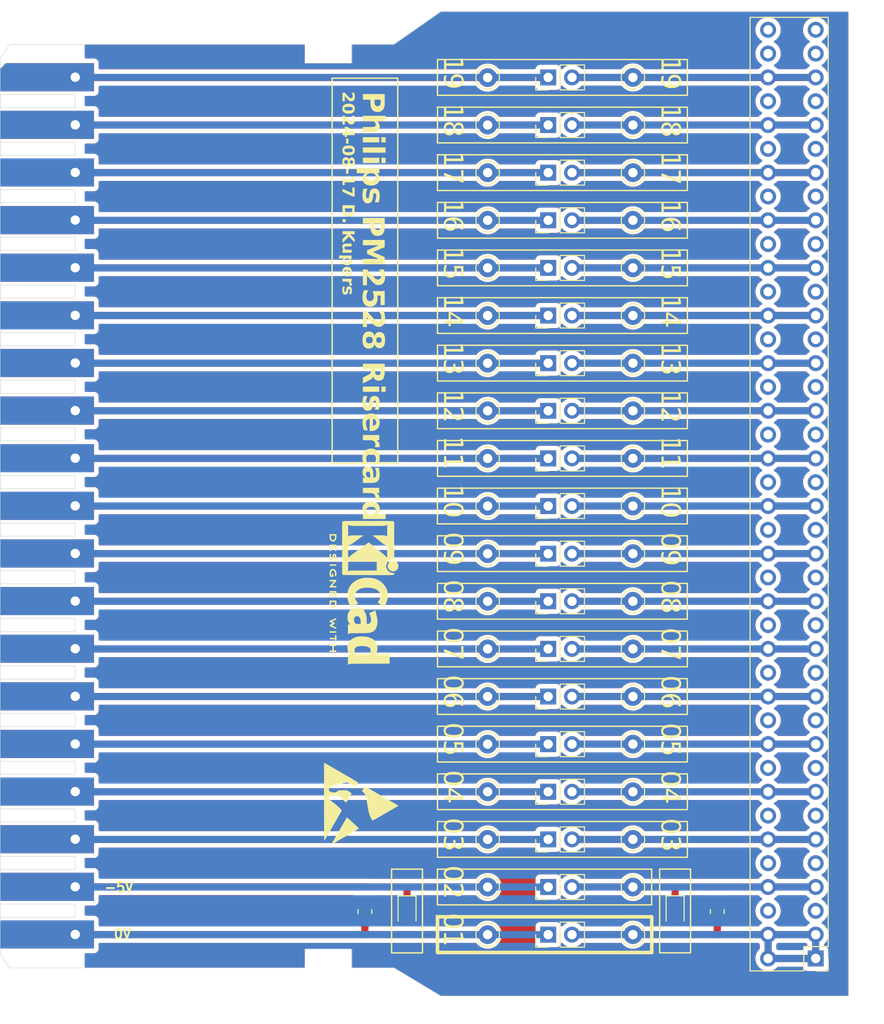
<source format=kicad_pcb>
(kicad_pcb (version 20240108) (generator "pcbnew") (generator_version "8.0")
  (title_block (title "PM2528 Risercard") (date "2024-08-29") (rev "2.0") (company "D. Kupers"))
  (layers (0 "F.Cu" signal) (31 "B.Cu" signal) (34 "B.Paste" user) (35 "F.Paste" user) (36 "B.SilkS" user "B.Silkscreen") (37 "F.SilkS" user "F.Silkscreen") (38 "B.Mask" user) (39 "F.Mask" user) (44 "Edge.Cuts" user))
  (net 0 "")
  (net 1 "Net-(JP1-A)")
  (net 4 "Net-(D1-K)")
  (net 5 "Net-(JP15-A)")
  (net 8 "Net-(JP18-A)")
  (net 11 "Net-(JP7-A)")
  (net 12 "Net-(JP16-A)")
  (net 33 "Net-(JP11-A)")
  (net 35 "Net-(JP10-A)")
  (net 37 "Net-(JP17-A)")
  (net 43 "Net-(JP6-A)")
  (net 49 "Net-(JP19-A)")
  (net 52 "Net-(JP14-A)")
  (net 53 "Net-(JP9-A)")
  (net 54 "Net-(JP5-A)")
  (net 55 "Net-(JP3-A)")
  (net 56 "Net-(JP8-A)")
  (net 57 "Net-(JP13-A)")
  (net 58 "Net-(JP4-A)")
  (net 59 "Net-(JP12-A)")
  (net 60 "Net-(JP14-B)")
  (net 61 "Net-(JP15-B)")
  (net 62 "Net-(JP7-B)")
  (net 63 "Net-(JP8-B)")
  (net 64 "Net-(D2-K)")
  (net 65 "Net-(JP9-B)")
  (net 66 "Net-(JP6-B)")
  (net 67 "Net-(JP17-B)")
  (net 68 "Net-(JP10-B)")
  (net 69 "Net-(JP4-B)")
  (net 70 "Net-(JP5-B)")
  (net 71 "Net-(JP13-B)")
  (net 72 "Net-(JP1-B)")
  (net 73 "Net-(JP12-B)")
  (net 74 "Net-(JP11-B)")
  (net 75 "Net-(JP16-B)")
  (net 76 "Net-(JP19-B)")
  (net 77 "Net-(JP18-B)")
  (net 78 "Net-(JP3-B)")
  (net 79 "Net-(D1-A)")
  (net 80 "Net-(D2-A)")
  (footprint "Connector_Pin:Pin_D1.0mm_L10.0mm" (layer "F.Cu") (at 110 50.18)
    (property "Reference" "TPA17" (hide yes))
    (property "Value" "TestPoint")
  )
  (footprint "Connector_Pin:Pin_D1.0mm_L10.0mm" (layer "F.Cu") (at 125.5 116.22)
    (property "Reference" "TPB04" (hide yes))
    (property "Value" "TestPoint")
  )
  (footprint "Connector_Pin:Pin_D1.0mm_L10.0mm" (layer "F.Cu") (at 125.5 85.74)
    (property "Reference" "TPB10" (hide yes))
    (property "Value" "TestPoint")
  )
  (footprint "Connector_PinHeader_2.54mm:PinHeader_1x02_P2.54mm_Vertical" (layer "F.Cu") (at 116.46 111.14 90)
    (property "Reference" "JP5" (hide yes))
    (property "Value" "Jumper_2_Open")
  )
  (footprint "Connector_Pin:Pin_D1.0mm_L10.0mm" (layer "F.Cu") (at 110 95.9)
    (property "Reference" "TPA08" (hide yes))
    (property "Value" "TestPoint")
  )
  (footprint "Connector_Pin:Pin_D1.0mm_L10.0mm" (layer "F.Cu") (at 110 40.02)
    (property "Reference" "TPA19" (hide yes))
    (property "Value" "TestPoint")
  )
  (footprint "Connector_PinHeader_2.54mm:PinHeader_1x02_P2.54mm_Vertical" (layer "F.Cu") (at 116.46 106.06 90)
    (property "Reference" "JP6" (hide yes))
    (property "Value" "Jumper_2_Open")
  )
  (footprint "Connector_Pin:Pin_D1.0mm_L10.0mm" (layer "F.Cu") (at 125.5 60.34)
    (property "Reference" "TPB15" (hide yes))
    (property "Value" "TestPoint")
  )
  (footprint "Connector_Pin:Pin_D1.0mm_L10.0mm" (layer "F.Cu") (at 110 80.66)
    (property "Reference" "TPA11" (hide yes))
    (property "Value" "TestPoint")
  )
  (footprint "Connector_Pin:Pin_D1.0mm_L10.0mm" (layer "F.Cu") (at 125.5 90.82)
    (property "Reference" "TPB09" (hide yes))
    (property "Value" "TestPoint")
  )
  (footprint "Connector_Pin:Pin_D1.0mm_L10.0mm" (layer "F.Cu") (at 125.5 65.42)
    (property "Reference" "TPB14" (hide yes))
    (property "Value" "TestPoint")
  )
  (footprint "Connector_Pin:Pin_D1.0mm_L10.0mm" (layer "F.Cu") (at 125.5 50.18)
    (property "Reference" "TPB17" (hide yes))
    (property "Value" "TestPoint")
  )
  (footprint "Connector_PinHeader_2.54mm:PinHeader_1x02_P2.54mm_Vertical" (layer "F.Cu") (at 116.46 131.46 90)
    (property "Reference" "JP1" (hide yes))
    (property "Value" "Jumper_2_Open")
  )
  (footprint "Connector_PinHeader_2.54mm:PinHeader_1x02_P2.54mm_Vertical" (layer "F.Cu") (at 116.46 60.34 90)
    (property "Reference" "JP15" (hide yes))
    (property "Value" "Jumper_2_Open")
  )
  (footprint "Connector_Pin:Pin_D1.0mm_L10.0mm" (layer "F.Cu") (at 125.5 70.5)
    (property "Reference" "TPB13" (hide yes))
    (property "Value" "TestPoint")
  )
  (footprint "Connector_PinHeader_2.54mm:PinHeader_1x02_P2.54mm_Vertical" (layer "F.Cu") (at 116.46 126.38 90)
    (property "Reference" "JP2" (hide yes))
    (property "Value" "Jumper_2_Open")
  )
  (footprint "Symbol:ESD-Logo_8.9x8mm_SilkScreen" (layer "F.Cu") (at 96.537353 117.5 -90)
    (property "Reference" "REF**" (hide yes))
    (property "Value" "ESD-Logo_8.9x8mm_SilkScreen" (hide yes))
  )
  (footprint "Connector_Pin:Pin_D1.0mm_L10.0mm" (layer "F.Cu") (at 110 60.34)
    (property "Reference" "TPA15" (hide yes))
    (property "Value" "TestPoint")
  )
  (footprint "Connector_Pin:Pin_D1.0mm_L10.0mm" (layer "F.Cu") (at 110 116.22)
    (property "Reference" "TPA04" (hide yes))
    (property "Value" "TestPoint")
  )
  (footprint "Connector_Pin:Pin_D1.0mm_L10.0mm" (layer "F.Cu") (at 110 106.06)
    (property "Reference" "TPA06" (hide yes))
    (property "Value" "TestPoint")
  )
  (footprint "Resistor_SMD:R_0805_2012Metric_Pad1.20x1.40mm_HandSolder" (layer "F.Cu") (at 134.5 129 -90)
    (property "Reference" "R2" (hide yes))
    (property "Value" "200")
  )
  (footprint "Connector_Pin:Pin_D1.0mm_L10.0mm" (layer "F.Cu") (at 110 126.38)
    (property "Reference" "TPA02" (hide yes))
    (property "Value" "TestPoint")
  )
  (footprint "Connector_PinHeader_2.54mm:PinHeader_1x02_P2.54mm_Vertical" (layer "F.Cu") (at 116.46 45.1 90)
    (property "Reference" "JP18" (hide yes))
    (property "Value" "Jumper_2_Open")
  )
  (footprint "Connector_Pin:Pin_D1.0mm_L10.0mm" (layer "F.Cu") (at 110 121.3)
    (property "Reference" "TPA03" (hide yes))
    (property "Value" "TestPoint")
  )
  (footprint "Connector_PinHeader_2.54mm:PinHeader_1x02_P2.54mm_Vertical" (layer "F.Cu") (at 116.46 50.18 90)
    (property "Reference" "JP17" (hide yes))
    (property "Value" "Jumper_2_Open")
  )
  (footprint "Connector_PinHeader_2.54mm:PinHeader_1x02_P2.54mm_Vertical" (layer "F.Cu") (at 116.46 85.74 90)
    (property "Reference" "JP10" (hide yes))
    (property "Value" "Jumper_2_Open")
  )
  (footprint "Connector_Pin:Pin_D1.0mm_L10.0mm" (layer "F.Cu") (at 125.5 45.1)
    (property "Reference" "TPB18" (hide yes))
    (property "Value" "TestPoint")
  )
  (footprint "LED_SMD:LED_0805_2012Metric" (layer "F.Cu") (at 130 129 -90)
    (property "Reference" "D2" (hide yes))
    (property "Value" "LED")
  )
  (footprint "Connector_PinHeader_2.54mm:PinHeader_1x02_P2.54mm_Vertical" (layer "F.Cu") (at 116.46 40.02 90)
    (property "Reference" "JP19" (hide yes))
    (property "Value" "Jumper_2_Open")
  )
  (footprint "Connector_Pin:Pin_D1.0mm_L10.0mm" (layer "F.Cu") (at 125.5 111.14)
    (property "Reference" "TPB05" (hide yes))
    (property "Value" "TestPoint")
  )
  (footprint "Connector_Pin:Pin_D1.0mm_L10.0mm" (layer "F.Cu") (at 125.5 80.66)
    (property "Reference" "TPB11" (hide yes))
    (property "Value" "TestPoint")
  )
  (footprint "Connector_Pin:Pin_D1.0mm_L10.0mm" (layer "F.Cu") (at 125.5 121.3)
    (property "Reference" "TPB03" (hide yes))
    (property "Value" "TestPoint")
  )
  (footprint "LED_SMD:LED_0805_2012Metric" (layer "F.Cu") (at 101.4 129.008 -90)
    (property "Reference" "D1" (hide yes))
    (property "Value" "LED")
  )
  (footprint "Connector_Pin:Pin_D1.0mm_L10.0mm" (layer "F.Cu") (at 125.5 106.06)
    (property "Reference" "TPB06" (hide yes))
    (property "Value" "TestPoint")
  )
  (footprint "Connector_Pin:Pin_D1.0mm_L10.0mm" (layer "F.Cu") (at 110 55.26)
    (property "Reference" "TPA16" (hide yes))
    (property "Value" "TestPoint")
  )
  (footprint "Connector_Pin:Pin_D1.0mm_L10.0mm" (layer "F.Cu") (at 110 111.14)
    (property "Reference" "TPA05" (hide yes))
    (property "Value" "TestPoint")
  )
  (footprint "Philips_PM2528:PM2528_RiserCardConnector" (layer "F.Cu") (at 66 40)
    (property "Reference" "K1" (hide yes))
    (property "Value" "~")
    (fp_rect (start -8 1.84) (end 0 3.24) (stroke (width 0.05)) (fill none) (layer "Edge.Cuts"))
    (fp_rect (start -8 6.92) (end 0 8.32) (stroke (width 0.05)) (fill none) (layer "Edge.Cuts"))
    (fp_rect (start -8 12) (end 0 13.4) (stroke (width 0.05)) (fill none) (layer "Edge.Cuts"))
    (fp_rect (start -8 17.08) (end 0 18.48) (stroke (width 0.05)) (fill none) (layer "Edge.Cuts"))
    (fp_rect (start -8 22.16) (end 0 23.56) (stroke (width 0.05)) (fill none) (layer "Edge.Cuts"))
    (fp_rect (start -8 27.24) (end 0 28.64) (stroke (width 0.05)) (fill none) (layer "Edge.Cuts"))
    (fp_rect (start -8 32.32) (end 0 33.72) (stroke (width 0.05)) (fill none) (layer "Edge.Cuts"))
    (fp_rect (start -8 37.4) (end 0 38.8) (stroke (width 0.05)) (fill none) (layer "Edge.Cuts"))
    (fp_rect (start -8 42.48) (end 0 43.88) (stroke (width 0.05)) (fill none) (layer "Edge.Cuts"))
    (fp_rect (start -8 47.56) (end 0 48.96) (stroke (width 0.05)) (fill none) (layer "Edge.Cuts"))
    (fp_rect (start -8 52.64) (end 0 54.04) (stroke (width 0.05)) (fill none) (layer "Edge.Cuts"))
    (fp_rect (start -8 57.72) (end 0 59.12) (stroke (width 0.05)) (fill none) (layer "Edge.Cuts"))
    (fp_rect (start -8 62.8) (end 0 64.2) (stroke (width 0.05)) (fill none) (layer "Edge.Cuts"))
    (fp_rect (start -8 67.88) (end 0 69.28) (stroke (width 0.05)) (fill none) (layer "Edge.Cuts"))
    (fp_rect (start -8 72.96) (end 0 74.36) (stroke (width 0.05)) (fill none) (layer "Edge.Cuts"))
    (fp_rect (start -8 78.04) (end 0 79.44) (stroke (width 0.05)) (fill none) (layer "Edge.Cuts"))
    (fp_rect (start -8 83.12) (end 0 84.52) (stroke (width 0.05)) (fill none) (layer "Edge.Cuts"))
    (fp_rect (start -8 88.2) (end 0 89.6) (stroke (width 0.05)) (fill none) (layer "Edge.Cuts"))
  )
  (footprint "Connector_Pin:Pin_D1.0mm_L10.0mm" (layer "F.Cu") (at 125.5 100.98)
    (property "Reference" "TPB07" (hide yes))
    (property "Value" "TestPoint")
  )
  (footprint "Connector_PinHeader_2.54mm:PinHeader_1x02_P2.54mm_Vertical" (layer "F.Cu") (at 116.46 95.9 90)
    (property "Reference" "JP8" (hide yes))
    (property "Value" "Jumper_2_Open")
  )
  (footprint "Connector_Pin:Pin_D1.0mm_L10.0mm" (layer "F.Cu") (at 110 75.58)
    (property "Reference" "TPA12" (hide yes))
    (property "Value" "TestPoint")
  )
  (footprint "Connector_PinHeader_2.54mm:PinHeader_1x02_P2.54mm_Vertical" (layer "F.Cu") (at 116.46 70.5 90)
    (property "Reference" "JP13" (hide yes))
    (property "Value" "Jumper_2_Open")
  )
  (footprint "Resistor_SMD:R_0805_2012Metric_Pad1.20x1.40mm_HandSolder" (layer "F.Cu") (at 96.9 129.008 90)
    (property "Reference" "R1" (hide yes))
    (property "Value" "200")
  )
  (footprint "Connector_Pin:Pin_D1.0mm_L10.0mm" (layer "F.Cu") (at 110 85.74)
    (property "Reference" "TPA10" (hide yes))
    (property "Value" "TestPoint")
  )
  (footprint "Connector_PinHeader_2.54mm:PinHeader_1x02_P2.54mm_Vertical" (layer "F.Cu") (at 116.46 121.3 90)
    (property "Reference" "JP3" (hide yes))
    (property "Value" "Jumper_2_Open")
  )
  (footprint "Connector_Pin:Pin_D1.0mm_L10.0mm" (layer "F.Cu") (at 110 90.82)
    (property "Reference" "TPA09" (hide yes))
    (property "Value" "TestPoint")
  )
  (footprint "Connector_Pin:Pin_D1.0mm_L10.0mm" (layer "F.Cu") (at 110 70.5)
    (property "Reference" "TPA13" (hide yes))
    (property "Value" "TestPoint")
  )
  (footprint "Connector_PinHeader_2.54mm:PinHeader_1x02_P2.54mm_Vertical" (layer "F.Cu") (at 116.46 65.42 90)
    (property "Reference" "JP14" (hide yes))
    (property "Value" "Jumper_2_Open")
  )
  (footprint "Connector_PinHeader_2.54mm:PinHeader_1x02_P2.54mm_Vertical" (layer "F.Cu") (at 116.46 100.98 90)
    (property "Reference" "JP7" (hide yes))
    (property "Value" "Jumper_2_Open")
  )
  (footprint "Connector_Pin:Pin_D1.0mm_L10.0mm" (layer "F.Cu") (at 110 100.98)
    (property "Reference" "TPA07" (hide yes))
    (property "Value" "TestPoint")
  )
  (footprint "Connector_Pin:Pin_D1.0mm_L10.0mm" (layer "F.Cu") (at 125.5 75.58)
    (property "Reference" "TPB12" (hide yes))
    (property "Value" "TestPoint")
  )
  (footprint "Connector_PinHeader_2.54mm:PinHeader_1x02_P2.54mm_Vertical" (layer "F.Cu") (at 116.46 75.58 90)
    (property "Reference" "JP12" (hide yes))
    (property "Value" "Jumper_2_Open")
  )
  (footprint "Philips_PM2528:CONN EDGE DUAL FMALE 80POS 0.100" (layer "F.Cu") (at 145 134 180)
    (property "Reference" "K2" (hide yes))
    (property "Value" "Conn_02x40_Odd_Even")
  )
  (footprint "Connector_Pin:Pin_D1.0mm_L10.0mm" (layer "F.Cu") (at 125.5 55.26)
    (property "Reference" "TPB16" (hide yes))
    (property "Value" "TestPoint")
  )
  (footprint "Connector_Pin:Pin_D1.0mm_L10.0mm" (layer "F.Cu") (at 125.5 95.9)
    (property "Reference" "TPB08" (hide yes))
    (property "Value" "TestPoint")
  )
  (footprint "Symbol:KiCad-Logo2_6mm_SilkScreen" (layer "F.Cu") (at 97.5 95 -90)
    (property "Reference" "REF**" (hide yes))
    (property "Value" "KiCad-Logo2_6mm_SilkScreen" (hide yes))
  )
  (footprint "Connector_PinHeader_2.54mm:PinHeader_1x02_P2.54mm_Vertical" (layer "F.Cu") (at 116.46 90.82 90)
    (property "Reference" "JP9" (hide yes))
    (property "Value" "Jumper_2_Open")
  )
  (footprint "Connector_Pin:Pin_D1.0mm_L10.0mm" (layer "F.Cu") (at 125.5 126.38)
    (property "Reference" "TPB02" (hide yes))
    (property "Value" "TestPoint")
  )
  (footprint "Connector_Pin:Pin_D1.0mm_L10.0mm" (layer "F.Cu") (at 125.5 131.46)
    (property "Reference" "TPB01" (hide yes))
    (property "Value" "TestPoint")
  )
  (footprint "Connector_PinHeader_2.54mm:PinHeader_1x02_P2.54mm_Vertical" (layer "F.Cu") (at 116.46 80.66 90)
    (property "Reference" "JP11" (hide yes))
    (property "Value" "Jumper_2_Open")
  )
  (footprint "Connector_PinHeader_2.54mm:PinHeader_1x02_P2.54mm_Vertical" (layer "F.Cu") (at 116.46 116.22 90)
    (property "Reference" "JP4" (hide yes))
    (property "Value" "Jumper_2_Open")
  )
  (footprint "Connector_Pin:Pin_D1.0mm_L10.0mm" (layer "F.Cu") (at 110 45.1)
    (property "Reference" "TPA18" (hide yes))
    (property "Value" "TestPoint")
  )
  (footprint "Connector_Pin:Pin_D1.0mm_L10.0mm" (layer "F.Cu") (at 125.5 40.02)
    (property "Reference" "TPB19" (hide yes))
    (property "Value" "TestPoint")
  )
  (footprint "Connector_Pin:Pin_D1.0mm_L10.0mm" (layer "F.Cu") (at 110 65.42)
    (property "Reference" "TPA14" (hide yes))
    (property "Value" "TestPoint")
  )
  (footprint "Connector_PinHeader_2.54mm:PinHeader_1x02_P2.54mm_Vertical" (layer "F.Cu") (at 116.46 55.26 90)
    (property "Reference" "JP16" (hide yes))
    (property "Value" "Jumper_2_Open")
  )
  (footprint "Connector_Pin:Pin_D1.0mm_L10.0mm" (layer "F.Cu") (at 110 131.46)
    (property "Reference" "TPA01" (hide yes))
    (property "Value" "TestPoint")
  )
  (gr_rect (start 104.648 48.275) (end 131.308 52.085) (stroke (width 0.15)) (fill none) (layer "F.SilkS"))
  (gr_rect (start 104.648 129.555) (end 127.508 133.365) (stroke (width 0.381)) (fill none) (layer "F.SilkS"))
  (gr_rect (start 104.64 83.835) (end 131.3 87.645) (stroke (width 0.15)) (fill none) (layer "F.SilkS"))
  (gr_rect (start 99.753 124.472) (end 103.047 133.408) (stroke (width 0.15)) (fill none) (layer "F.SilkS"))
  (gr_rect (start 104.648 119.395) (end 131.308 123.205) (stroke (width 0.15)) (fill none) (layer "F.SilkS"))
  (gr_rect (start 93.408732 40.1) (end 100.408732 81.2) (stroke (width 0.15)) (fill none) (layer "F.SilkS"))
  (gr_rect (start 104.648 43.195) (end 131.308 47.005) (stroke (width 0.15)) (fill none) (layer "F.SilkS"))
  (gr_rect (start 104.648 73.675) (end 131.308 77.485) (stroke (width 0.15)) (fill none) (layer "F.SilkS"))
  (gr_rect (start 128.353 124.464) (end 131.647 133.4) (stroke (width 0.15)) (fill none) (layer "F.SilkS"))
  (gr_rect (start 104.648 68.595) (end 131.308 72.405) (stroke (width 0.15)) (fill none) (layer "F.SilkS"))
  (gr_rect (start 104.64 124.475) (end 127.5 128.285) (stroke (width 0.15)) (fill none) (layer "F.SilkS"))
  (gr_rect (start 104.648 63.515) (end 131.308 67.325) (stroke (width 0.15)) (fill none) (layer "F.SilkS"))
  (gr_rect (start 104.648 53.355) (end 131.308 57.165) (stroke (width 0.15)) (fill none) (layer "F.SilkS"))
  (gr_rect (start 104.64 104.155) (end 131.3 107.965) (stroke (width 0.15)) (fill none) (layer "F.SilkS"))
  (gr_rect (start 104.64 88.915) (end 131.3 92.725) (stroke (width 0.15)) (fill none) (layer "F.SilkS"))
  (gr_rect (start 104.648 114.315) (end 131.308 118.125) (stroke (width 0.15)) (fill none) (layer "F.SilkS"))
  (gr_rect (start 104.648 38.115) (end 131.308 41.925) (stroke (width 0.15)) (fill none) (layer "F.SilkS"))
  (gr_rect (start 104.64 93.995) (end 131.3 97.805) (stroke (width 0.15)) (fill none) (layer "F.SilkS"))
  (gr_rect (start 104.648 99.075) (end 131.308 102.885) (stroke (width 0.15)) (fill none) (layer "F.SilkS"))
  (gr_rect (start 104.648 58.435) (end 131.308 62.245) (stroke (width 0.15)) (fill none) (layer "F.SilkS"))
  (gr_rect (start 104.648 109.235) (end 131.308 113.045) (stroke (width 0.15)) (fill none) (layer "F.SilkS"))
  (gr_rect (start 104.648 78.755) (end 131.308 82.565) (stroke (width 0.15)) (fill none) (layer "F.SilkS"))
  (gr_poly (pts (xy 59 36.5) (xy 68 36.5) (xy 90.5 36.5) (xy 90.5 38.5) (xy 95.5 38.5) (xy 95.5 36.5) (xy 100 36.5) (xy 105 33) (xy 148.5 33) (xy 148.5 138) (xy 110 138) (xy 105 138) (xy 100 135) (xy 95.5 135) (xy 95.5 133) (xy 90.5 133) (xy 90.5 135) (xy 65.5 135) (xy 59 135) (xy 58 133.5) (xy 58 38)) (stroke (width 0.05)) (fill none) (layer "Edge.Cuts"))
  (gr_text "08" (at 128.2 97.24 270) (layer "F.SilkS") (effects (font (size 2.032 2.032) (thickness 0.508)) (justify right bottom)))
  (gr_text "08" (at 105 97.196339 270) (layer "F.SilkS") (effects (font (size 2.032 2.032) (thickness 0.508)) (justify right bottom)))
  (gr_text "17" (at 128.2 51.52 270) (layer "F.SilkS") (effects (font (size 2.032 2.032) (thickness 0.508)) (justify right bottom)))
  (gr_text "11" (at 105 81.870976 270) (layer "F.SilkS") (effects (font (size 2.032 2.032) (thickness 0.508)) (justify right bottom)))
  (gr_text "11" (at 128.2 81.914637 270) (layer "F.SilkS") (effects (font (size 2.032 2.032) (thickness 0.508)) (justify right bottom)))
  (gr_text "Philips PM2528 Risercard" (at 96.3 41.5 270) (layer "F.SilkS") (effects (font (size 2.286 2.286) (thickness 0.508) (bold yes)) (justify left bottom)))
  (gr_text "16" (at 105 56.556339 270) (layer "F.SilkS") (effects (font (size 2.032 2.032) (thickness 0.508)) (justify right bottom)))
  (gr_text "17" (at 105 51.476339 270) (layer "F.SilkS") (effects (font (size 2.032 2.032) (thickness 0.508)) (justify right bottom)))
  (gr_text "03" (at 105 122.596339 270) (layer "F.SilkS") (effects (font (size 2.032 2.032) (thickness 0.508)) (justify right bottom)))
  (gr_text "18" (at 105 46.396339 270) (layer "F.SilkS") (effects (font (size 2.032 2.032) (thickness 0.508)) (justify right bottom)))
  (gr_text "14" (at 105 66.716339 270) (layer "F.SilkS") (effects (font (size 2.032 2.032) (thickness 0.508)) (justify right bottom)))
  (gr_text "13" (at 128.2 71.84 270) (layer "F.SilkS") (effects (font (size 2.032 2.032) (thickness 0.508)) (justify right bottom)))
  (gr_text "02" (at 105 127.676339 270) (layer "F.SilkS") (effects (font (size 2.032 2.032) (thickness 0.508)) (justify right bottom)))
  (gr_text "15" (at 128.2 61.68 270) (layer "F.SilkS") (effects (font (size 2.032 2.032) (thickness 0.508)) (justify right bottom)))
  (gr_text "10" (at 105 87.036339 270) (layer "F.SilkS") (effects (font (size 2.032 2.032) (thickness 0.508)) (justify right bottom)))
  (gr_text "01" (at 105 132.756339 270) (layer "F.SilkS") (effects (font (size 2.032 2.032) (thickness 0.508)) (justify right bottom)))
  (gr_text "09" (at 128.2 92.16 270) (layer "F.SilkS") (effects (font (size 2.032 2.032) (thickness 0.508)) (justify right bottom)))
  (gr_text "05" (at 105 112.436339 270) (layer "F.SilkS") (effects (font (size 2.032 2.032) (thickness 0.508)) (justify right bottom)))
  (gr_text "10" (at 128.2 87.08 270) (layer "F.SilkS") (effects (font (size 2.032 2.032) (thickness 0.508)) (justify right bottom)))
  (gr_text "09" (at 105 92.116339 270) (layer "F.SilkS") (effects (font (size 2.032 2.032) (thickness 0.508)) (justify right bottom)))
  (gr_text "12" (at 128.2 76.92 270) (layer "F.SilkS") (effects (font (size 2.032 2.032) (thickness 0.508)) (justify right bottom)))
  (gr_text "19" (at 105 41.316339 270) (layer "F.SilkS") (effects (font (size 2.032 2.032) (thickness 0.508)) (justify right bottom)))
  (gr_text "03" (at 128.2 122.64 270) (layer "F.SilkS") (effects (font (size 2.032 2.032) (thickness 0.508)) (justify right bottom)))
  (gr_text "04" (at 105 117.516339 270) (layer "F.SilkS") (effects (font (size 2.032 2.032) (thickness 0.508)) (justify right bottom)))
  (gr_text "16" (at 128.2 56.6 270) (layer "F.SilkS") (effects (font (size 2.032 2.032) (thickness 0.508)) (justify right bottom)))
  (gr_text "05" (at 128.2 112.48 270) (layer "F.SilkS") (effects (font (size 2.032 2.032) (thickness 0.508)) (justify right bottom)))
  (gr_text "04" (at 128.2 117.56 270) (layer "F.SilkS") (effects (font (size 2.032 2.032) (thickness 0.508)) (justify right bottom)))
  (gr_text "14" (at 128.2 66.76 270) (layer "F.SilkS") (effects (font (size 2.032 2.032) (thickness 0.508)) (justify right bottom)))
  (gr_text "19" (at 128.2 41.36 270) (layer "F.SilkS") (effects (font (size 2.032 2.032) (thickness 0.508)) (justify right bottom)))
  (gr_text "07" (at 105 102.276339 270) (layer "F.SilkS") (effects (font (size 2.032 2.032) (thickness 0.508)) (justify right bottom)))
  (gr_text "13" (at 105 71.796339 270) (layer "F.SilkS") (effects (font (size 2.032 2.032) (thickness 0.508)) (justify right bottom)))
  (gr_text "12" (at 105 76.876339 270) (layer "F.SilkS") (effects (font (size 2.032 2.032) (thickness 0.508)) (justify right bottom)))
  (gr_text "07" (at 128.2 102.32 270) (layer "F.SilkS") (effects (font (size 2.032 2.032) (thickness 0.508)) (justify right bottom)))
  (gr_text "2024-08-17 D. Kupers" (at 94.3 41.5 270) (layer "F.SilkS") (effects (font (size 1.27 1.27) (thickness 0.508) (bold yes)) (justify left bottom)))
  (gr_text "15" (at 105 61.636339 270) (layer "F.SilkS") (effects (font (size 2.032 2.032) (thickness 0.508)) (justify right bottom)))
  (gr_text "18" (at 128.2 46.44 270) (layer "F.SilkS") (effects (font (size 2.032 2.032) (thickness 0.508)) (justify right bottom)))
  (gr_text "06" (at 105 107.356339 270) (layer "F.SilkS") (effects (font (size 2.032 2.032) (thickness 0.508)) (justify right bottom)))
  (gr_text "06" (at 128.2 107.4 270) (layer "F.SilkS") (effects (font (size 2.032 2.032) (thickness 0.508)) (justify right bottom)))
  (segment (start 96.9 131.46) (end 66.02 131.46) (width 0.762) (layer "F.Cu") (net 1))
  (segment (start 66.02 131.46) (end 66 131.44) (width 0.762) (layer "F.Cu") (net 1))
  (segment (start 96.9 130.008) (end 96.9 131.46) (width 0.762) (layer "F.Cu") (net 1))
  (segment (start 110 131.46) (end 96.9 131.46) (width 0.762) (layer "F.Cu") (net 1))
  (segment (start 66.02 131.46) (end 66 131.44) (width 0.762) (layer "B.Cu") (net 1))
  (segment (start 116.46 131.46) (end 66.02 131.46) (width 0.762) (layer "B.Cu") (net 1))
  (segment (start 101.4 128.0705) (end 101.4 126.38) (width 0.762) (layer "F.Cu") (net 4))
  (segment (start 66 126.36) (end 97.166822 126.36) (width 0.762) (layer "F.Cu") (net 4))
  (segment (start 97.166822 126.36) (end 97.186822 126.38) (width 0.762) (layer "F.Cu") (net 4))
  (segment (start 97.186822 126.38) (end 101.4 126.38) (width 0.762) (layer "F.Cu") (net 4))
  (segment (start 101.4 126.38) (end 110 126.38) (width 0.762) (layer "F.Cu") (net 4))
  (segment (start 66 126.36) (end 66.02 126.38) (width 0.762) (layer "B.Cu") (net 4))
  (segment (start 66.02 126.38) (end 116.46 126.38) (width 0.762) (layer "B.Cu") (net 4))
  (segment (start 110 60.34) (end 66.02 60.34) (width 0.762) (layer "F.Cu") (net 5))
  (segment (start 116.46 60.34) (end 110 60.34) (width 0.762) (layer "F.Cu") (net 5))
  (segment (start 66.02 60.34) (end 66 60.32) (width 0.762) (layer "F.Cu") (net 5))
  (segment (start 116.46 60.34) (end 66.02 60.34) (width 0.762) (layer "B.Cu") (net 5))
  (segment (start 66.02 60.34) (end 66 60.32) (width 0.762) (layer "B.Cu") (net 5))
  (segment (start 110 45.1) (end 116.46 45.1) (width 0.762) (layer "F.Cu") (net 8))
  (segment (start 66.02 45.1) (end 110 45.1) (width 0.762) (layer "F.Cu") (net 8))
  (segment (start 66 45.08) (end 66.02 45.1) (width 0.762) (layer "F.Cu") (net 8))
  (segment (start 66.02 45.1) (end 116.46 45.1) (width 0.762) (layer "B.Cu") (net 8))
  (segment (start 66 45.08) (end 66.02 45.1) (width 0.762) (layer "B.Cu") (net 8))
  (segment (start 66.02 100.98) (end 66 100.96) (width 0.762) (layer "F.Cu") (net 11))
  (segment (start 116.46 100.98) (end 66.02 100.98) (width 0.762) (layer "F.Cu") (net 11))
  (segment (start 116.46 100.98) (end 66.02 100.98) (width 0.762) (layer "B.Cu") (net 11))
  (segment (start 66.02 100.98) (end 66 100.96) (width 0.762) (layer "B.Cu") (net 11))
  (segment (start 66.02 55.26) (end 110 55.26) (width 0.762) (layer "F.Cu") (net 12))
  (segment (start 66 55.24) (end 66.02 55.26) (width 0.762) (layer "F.Cu") (net 12))
  (segment (start 110 55.26) (end 116.46 55.26) (width 0.762) (layer "F.Cu") (net 12))
  (segment (start 66 55.24) (end 66.02 55.26) (width 0.762) (layer "B.Cu") (net 12))
  (segment (start 66.02 55.26) (end 116.46 55.26) (width 0.762) (layer "B.Cu") (net 12))
  (segment (start 66.02 80.66) (end 66 80.64) (width 0.762) (layer "F.Cu") (net 33))
  (segment (start 116.46 80.66) (end 66.02 80.66) (width 0.762) (layer "F.Cu") (net 33))
  (segment (start 116.46 80.66) (end 66.02 80.66) (width 0.762) (layer "B.Cu") (net 33))
  (segment (start 66.02 80.66) (end 66 80.64) (width 0.762) (layer "B.Cu") (net 33))
  (segment (start 66.02 85.74) (end 116.46 85.74) (width 0.762) (layer "F.Cu") (net 35))
  (segment (start 66 85.72) (end 66.02 85.74) (width 0.762) (layer "F.Cu") (net 35))
  (segment (start 66.02 85.74) (end 116.46 85.74) (width 0.762) (layer "B.Cu") (net 35))
  (segment (start 66 85.72) (end 66.02 85.74) (width 0.762) (layer "B.Cu") (net 35))
  (segment (start 110 50.18) (end 66.02 50.18) (width 0.762) (layer "F.Cu") (net 37))
  (segment (start 66.02 50.18) (end 66 50.16) (width 0.762) (layer "F.Cu") (net 37))
  (segment (start 116.46 50.18) (end 110 50.18) (width 0.762) (layer "F.Cu") (net 37))
  (segment (start 66.02 50.18) (end 66 50.16) (width 0.762) (layer "B.Cu") (net 37))
  (segment (start 116.46 50.18) (end 66.02 50.18) (width 0.762) (layer "B.Cu") (net 37))
  (segment (start 66.02 106.06) (end 116.46 106.06) (width 0.762) (layer "F.Cu") (net 43))
  (segment (start 66 106.04) (end 66.02 106.06) (width 0.762) (layer "F.Cu") (net 43))
  (segment (start 66.02 106.06) (end 116.46 106.06) (width 0.762) (layer "B.Cu") (net 43))
  (segment (start 66 106.04) (end 66.02 106.06) (width 0.762) (layer "B.Cu") (net 43))
  (segment (start 110.02 40.02) (end 110 40.04) (width 0.762) (layer "F.Cu") (net 49))
  (segment (start 66 40) (end 66.04 40.04) (width 0.762) (layer "F.Cu") (net 49))
  (segment (start 116.46 40.02) (end 110.02 40.02) (width 0.762) (layer "F.Cu") (net 49))
  (segment (start 66.04 40.04) (end 110 40.04) (width 0.762) (layer "F.Cu") (net 49))
  (segment (start 66.02 40.02) (end 66 40) (width 0.762) (layer "B.Cu") (net 49))
  (segment (start 116.46 40.02) (end 66.02 40.02) (width 0.762) (layer "B.Cu") (net 49))
  (segment (start 66.02 65.42) (end 110 65.42) (width 0.762) (layer "F.Cu") (net 52))
  (segment (start 66 65.4) (end 66.02 65.42) (width 0.762) (layer "F.Cu") (net 52))
  (segment (start 110 65.42) (end 116.46 65.42) (width 0.762) (layer "F.Cu") (net 52))
  (segment (start 66.02 65.42) (end 116.46 65.42) (width 0.762) (layer "B.Cu") (net 52))
  (segment (start 66 65.4) (end 66.02 65.42) (width 0.762) (layer "B.Cu") (net 52))
  (segment (start 66.02 90.82) (end 66 90.8) (width 0.762) (layer "F.Cu") (net 53))
  (segment (start 116.46 90.82) (end 66.02 90.82) (width 0.762) (layer "F.Cu") (net 53))
  (segment (start 116.46 90.82) (end 66.02 90.82) (width 0.762) (layer "B.Cu") (net 53))
  (segment (start 66.02 90.82) (end 66 90.8) (width 0.762) (layer "B.Cu") (net 53))
  (segment (start 66.02 111.14) (end 66 111.12) (width 0.762) (layer "F.Cu") (net 54))
  (segment (start 116.46 111.14) (end 66.02 111.14) (width 0.762) (layer "F.Cu") (net 54))
  (segment (start 66.02 111.14) (end 66 111.12) (width 0.762) (layer "B.Cu") (net 54))
  (segment (start 116.46 111.14) (end 66.02 111.14) (width 0.762) (layer "B.Cu") (net 54))
  (segment (start 116.46 121.3) (end 66.02 121.3) (width 0.762) (layer "F.Cu") (net 55))
  (segment (start 66.02 121.3) (end 66 121.28) (width 0.762) (layer "F.Cu") (net 55))
  (segment (start 116.46 121.3) (end 66.02 121.3) (width 0.762) (layer "B.Cu") (net 55))
  (segment (start 66.02 121.3) (end 66 121.28) (width 0.762) (layer "B.Cu") (net 55))
  (segment (start 66.02 95.9) (end 116.46 95.9) (width 0.762) (layer "F.Cu") (net 56))
  (segment (start 66 95.88) (end 66.02 95.9) (width 0.762) (layer "F.Cu") (net 56))
  (segment (start 66 95.88) (end 66.02 95.9) (width 0.762) (layer "B.Cu") (net 56))
  (segment (start 66.02 95.9) (end 116.46 95.9) (width 0.762) (layer "B.Cu") (net 56))
  (segment (start 116.46 70.5) (end 66.02 70.5) (width 0.762) (layer "F.Cu") (net 57))
  (segment (start 66.02 70.5) (end 66 70.48) (width 0.762) (layer "F.Cu") (net 57))
  (segment (start 66.02 70.5) (end 66 70.48) (width 0.762) (layer "B.Cu") (net 57))
  (segment (start 116.46 70.5) (end 66.02 70.5) (width 0.762) (layer "B.Cu") (net 57))
  (segment (start 66 116.2) (end 66.02 116.22) (width 0.762) (layer "F.Cu") (net 58))
  (segment (start 66.02 116.22) (end 116.46 116.22) (width 0.762) (layer "F.Cu") (net 58))
  (segment (start 66 116.2) (end 66.02 116.22) (width 0.762) (layer "B.Cu") (net 58))
  (segment (start 66.02 116.22) (end 116.46 116.22) (width 0.762) (layer "B.Cu") (net 58))
  (segment (start 66.02 75.58) (end 116.46 75.58) (width 0.762) (layer "F.Cu") (net 59))
  (segment (start 66 75.56) (end 66.02 75.58) (width 0.762) (layer "F.Cu") (net 59))
  (segment (start 66 75.56) (end 66.02 75.58) (width 0.762) (layer "B.Cu") (net 59))
  (segment (start 66.02 75.58) (end 116.46 75.58) (width 0.762) (layer "B.Cu") (net 59))
  (segment (start 145 65.42) (end 119 65.42) (width 0.762) (layer "F.Cu") (net 60))
  (segment (start 145 65.42) (end 119 65.42) (width 0.762) (layer "B.Cu") (net 60))
  (segment (start 145 60.34) (end 119 60.34) (width 0.762) (layer "F.Cu") (net 61))
  (segment (start 145 60.34) (end 119 60.34) (width 0.762) (layer "B.Cu") (net 61))
  (segment (start 145 100.98) (end 119 100.98) (width 0.762) (layer "F.Cu") (net 62))
  (segment (start 145 100.98) (end 119 100.98) (width 0.762) (layer "B.Cu") (net 62))
  (segment (start 145 95.9) (end 119 95.9) (width 0.762) (layer "F.Cu") (net 63))
  (segment (start 145 95.9) (end 119 95.9) (width 0.762) (layer "B.Cu") (net 63))
  (segment (start 145 126.38) (end 130.1 126.38) (width 0.762) (layer "F.Cu") (net 64))
  (segment (start 130.1 126.38) (end 119 126.38) (width 0.762) (layer "F.Cu") (net 64))
  (segment (start 130 126.48) (end 130.1 126.38) (width 0.762) (layer "F.Cu") (net 64))
  (segment (start 130 128.0625) (end 130 126.48) (width 0.762) (layer "F.Cu") (net 64))
  (segment (start 145 126.38) (end 119 126.38) (width 0.762) (layer "B.Cu") (net 64))
  (segment (start 145 90.82) (end 119 90.82) (width 0.762) (layer "F.Cu") (net 65))
  (segment (start 145 90.82) (end 119 90.82) (width 0.762) (layer "B.Cu") (net 65))
  (segment (start 145 106.06) (end 119 106.06) (width 0.762) (layer "F.Cu") (net 66))
  (segment (start 145 106.06) (end 119 106.06) (width 0.762) (layer "B.Cu") (net 66))
  (segment (start 145 50.18) (end 119 50.18) (width 0.762) (layer "F.Cu") (net 67))
  (segment (start 145 50.18) (end 119 50.18) (width 0.762) (layer "B.Cu") (net 67))
  (segment (start 145 85.74) (end 119 85.74) (width 0.762) (layer "F.Cu") (net 68))
  (segment (start 145 85.74) (end 119 85.74) (width 0.762) (layer "B.Cu") (net 68))
  (segment (start 145 116.22) (end 119 116.22) (width 0.762) (layer "F.Cu") (net 69))
  (segment (start 145 116.22) (end 119 116.22) (width 0.762) (layer "B.Cu") (net 69))
  (segment (start 145 111.14) (end 119 111.14) (width 0.762) (layer "F.Cu") (net 70))
  (segment (start 145 111.14) (end 119 111.14) (width 0.762) (layer "B.Cu") (net 70))
  (segment (start 145 70.5) (end 119 70.5) (width 0.762) (layer "F.Cu") (net 71))
  (segment (start 145 70.5) (end 119 70.5) (width 0.762) (layer "B.Cu") (net 71))
  (segment (start 145 131.46) (end 134.5 131.46) (width 0.762) (layer "F.Cu") (net 72))
  (segment (start 134.5 130) (end 134.5 131.46) (width 0.762) (layer "F.Cu") (net 72))
  (segment (start 134.5 131.46) (end 119 131.46) (width 0.762) (layer "F.Cu") (net 72))
  (segment (start 139.92 134) (end 145 134) (width 0.762) (layer "F.Cu") (net 72))
  (segment (start 139.92 131.46) (end 139.92 134) (width 0.762) (layer "F.Cu") (net 72))
  (segment (start 145 134) (end 145 131.46) (width 0.762) (layer "F.Cu") (net 72))
  (segment (start 145 131.46) (end 119 131.46) (width 0.762) (layer "B.Cu") (net 72))
  (segment (start 145 134) (end 145 131.46) (width 0.762) (layer "B.Cu") (net 72))
  (segment (start 139.92 134) (end 145 134) (width 0.762) (layer "B.Cu") (net 72))
  (segment (start 139.92 131.46) (end 139.92 134) (width 0.762) (layer "B.Cu") (net 72))
  (segment (start 145 75.58) (end 119 75.58) (width 0.762) (layer "F.Cu") (net 73))
  (segment (start 145 75.58) (end 119 75.58) (width 0.762) (layer "B.Cu") (net 73))
  (segment (start 145 80.66) (end 119 80.66) (width 0.762) (layer "F.Cu") (net 74))
  (segment (start 145 80.66) (end 119 80.66) (width 0.762) (layer "B.Cu") (net 74))
  (segment (start 145 55.26) (end 119 55.26) (width 0.762) (layer "F.Cu") (net 75))
  (segment (start 145 55.26) (end 119 55.26) (width 0.762) (layer "B.Cu") (net 75))
  (segment (start 145 40.02) (end 119 40.02) (width 0.762) (layer "F.Cu") (net 76))
  (segment (start 145 40.02) (end 119 40.02) (width 0.762) (layer "B.Cu") (net 76))
  (segment (start 145 45.1) (end 119 45.1) (width 0.762) (layer "F.Cu") (net 77))
  (segment (start 145 45.1) (end 119 45.1) (width 0.762) (layer "B.Cu") (net 77))
  (segment (start 145 121.3) (end 119 121.3) (width 0.762) (layer "F.Cu") (net 78))
  (segment (start 145 121.3) (end 119 121.3) (width 0.762) (layer "B.Cu") (net 78))
  (segment (start 98.8375 129.9455) (end 96.9 128.008) (width 0.762) (layer "F.Cu") (net 79))
  (segment (start 101.4 129.9455) (end 98.8375 129.9455) (width 0.762) (layer "F.Cu") (net 79))
  (segment (start 130 129.9375) (end 132.5625 129.9375) (width 0.762) (layer "F.Cu") (net 80))
  (segment (start 132.5625 129.9375) (end 134.5 128) (width 0.762) (layer "F.Cu") (net 80))
  (zone (net 0) (net_name "") (layers "F&B.Cu") (name "Groundplane") (connect_pads (clearance 0.5)) (min_thickness 0.25) (fill yes (thermal_gap 0.5) (thermal_bridge_width 0.5) (smoothing chamfer) (island_removal_mode 1) (island_area_min 9.999999))
    (polygon (pts (xy 104 32) (xy 149.5 32) (xy 150 141) (xy 67 137.5) (xy 67 35.5) (xy 99 35)))
  )
)
</source>
